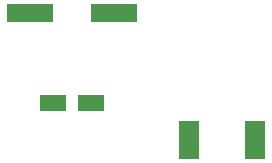
<source format=gbr>
G04 EAGLE Gerber RS-274X export*
G75*
%MOMM*%
%FSLAX34Y34*%
%LPD*%
%INSolderpaste Top*%
%IPPOS*%
%AMOC8*
5,1,8,0,0,1.08239X$1,22.5*%
G01*
%ADD10R,4.000000X1.600000*%
%ADD11R,2.200000X1.400000*%
%ADD12R,1.800000X3.200000*%


D10*
X47050Y863600D03*
X118050Y863600D03*
D11*
X66550Y787400D03*
X98550Y787400D03*
D12*
X181550Y755650D03*
X237550Y755650D03*
M02*

</source>
